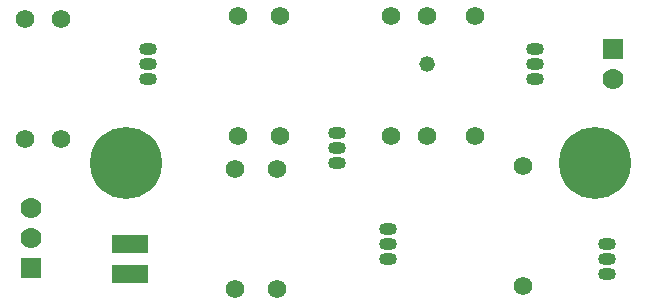
<source format=gts>
*%FSLAX23Y23*%
*%MOIN*%
G01*
%ADD11C,0.052*%
%ADD12C,0.240*%
%ADD13C,0.040*%
%ADD14C,0.062*%
%ADD15C,0.012*%
%ADD16C,0.014*%
%ADD17C,0.008*%
%ADD18C,0.070*%
%ADD19C,0.010*%
%ADD20R,0.062X0.062*%
%ADD21R,0.070X0.070*%
%ADD22O,0.060X0.040*%
D11*
X1570Y930D03*
D12*
X2131Y600D03*
X568Y600D03*
D14*
X350Y680D03*
X230Y680D03*
X230Y1080D03*
X350Y1080D03*
X940Y1090D03*
X1080Y1090D03*
X1450Y1090D03*
X1570Y1090D03*
X1730Y1090D03*
X1730Y690D03*
X1570Y690D03*
X1450Y690D03*
X1080Y690D03*
X1070Y580D03*
X930Y580D03*
X940Y690D03*
X930Y180D03*
X1070Y180D03*
X1890Y190D03*
X1890Y590D03*
D18*
X2190Y880D03*
X250Y450D03*
X250Y350D03*
D20*
X550Y330D03*
X580Y330D03*
X610Y330D03*
X610Y230D03*
X580Y230D03*
X550Y230D03*
D21*
X250Y250D03*
X2190Y980D03*
D22*
X1930Y980D03*
X1930Y930D03*
X1930Y880D03*
X2170Y330D03*
X2170Y280D03*
X2170Y230D03*
X1440Y280D03*
X1440Y330D03*
X1440Y380D03*
X1270Y600D03*
X1270Y650D03*
X1270Y700D03*
X640Y880D03*
X640Y930D03*
X640Y980D03*
D02*
M02*

</source>
